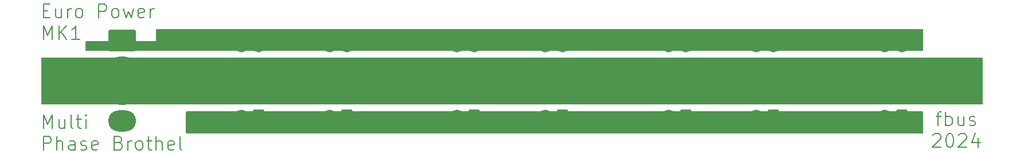
<source format=gbr>
%TF.GenerationSoftware,KiCad,Pcbnew,8.0.4*%
%TF.CreationDate,2024-08-26T11:17:31-06:00*%
%TF.ProjectId,modular-power-board,6d6f6475-6c61-4722-9d70-6f7765722d62,Mk One*%
%TF.SameCoordinates,Original*%
%TF.FileFunction,Copper,L1,Top*%
%TF.FilePolarity,Positive*%
%FSLAX46Y46*%
G04 Gerber Fmt 4.6, Leading zero omitted, Abs format (unit mm)*
G04 Created by KiCad (PCBNEW 8.0.4) date 2024-08-26 11:17:31*
%MOMM*%
%LPD*%
G01*
G04 APERTURE LIST*
G04 Aperture macros list*
%AMRoundRect*
0 Rectangle with rounded corners*
0 $1 Rounding radius*
0 $2 $3 $4 $5 $6 $7 $8 $9 X,Y pos of 4 corners*
0 Add a 4 corners polygon primitive as box body*
4,1,4,$2,$3,$4,$5,$6,$7,$8,$9,$2,$3,0*
0 Add four circle primitives for the rounded corners*
1,1,$1+$1,$2,$3*
1,1,$1+$1,$4,$5*
1,1,$1+$1,$6,$7*
1,1,$1+$1,$8,$9*
0 Add four rect primitives between the rounded corners*
20,1,$1+$1,$2,$3,$4,$5,0*
20,1,$1+$1,$4,$5,$6,$7,0*
20,1,$1+$1,$6,$7,$8,$9,0*
20,1,$1+$1,$8,$9,$2,$3,0*%
G04 Aperture macros list end*
%ADD10C,0.150000*%
%TA.AperFunction,NonConductor*%
%ADD11C,0.150000*%
%TD*%
%TA.AperFunction,ComponentPad*%
%ADD12RoundRect,0.250000X0.600000X0.600000X-0.600000X0.600000X-0.600000X-0.600000X0.600000X-0.600000X0*%
%TD*%
%TA.AperFunction,ComponentPad*%
%ADD13C,1.700000*%
%TD*%
%TA.AperFunction,ComponentPad*%
%ADD14RoundRect,0.250000X-1.800000X1.330000X-1.800000X-1.330000X1.800000X-1.330000X1.800000X1.330000X0*%
%TD*%
%TA.AperFunction,ComponentPad*%
%ADD15O,4.100000X3.160000*%
%TD*%
%TA.AperFunction,ViaPad*%
%ADD16C,5.000000*%
%TD*%
G04 APERTURE END LIST*
D10*
D11*
X71774874Y-109507494D02*
X71774874Y-107507494D01*
X71774874Y-107507494D02*
X72441541Y-108936065D01*
X72441541Y-108936065D02*
X73108207Y-107507494D01*
X73108207Y-107507494D02*
X73108207Y-109507494D01*
X74917731Y-108174160D02*
X74917731Y-109507494D01*
X74060588Y-108174160D02*
X74060588Y-109221779D01*
X74060588Y-109221779D02*
X74155826Y-109412256D01*
X74155826Y-109412256D02*
X74346302Y-109507494D01*
X74346302Y-109507494D02*
X74632017Y-109507494D01*
X74632017Y-109507494D02*
X74822493Y-109412256D01*
X74822493Y-109412256D02*
X74917731Y-109317017D01*
X76155826Y-109507494D02*
X75965350Y-109412256D01*
X75965350Y-109412256D02*
X75870112Y-109221779D01*
X75870112Y-109221779D02*
X75870112Y-107507494D01*
X76632017Y-108174160D02*
X77393921Y-108174160D01*
X76917731Y-107507494D02*
X76917731Y-109221779D01*
X76917731Y-109221779D02*
X77012969Y-109412256D01*
X77012969Y-109412256D02*
X77203445Y-109507494D01*
X77203445Y-109507494D02*
X77393921Y-109507494D01*
X78060588Y-109507494D02*
X78060588Y-108174160D01*
X78060588Y-107507494D02*
X77965350Y-107602732D01*
X77965350Y-107602732D02*
X78060588Y-107697970D01*
X78060588Y-107697970D02*
X78155826Y-107602732D01*
X78155826Y-107602732D02*
X78060588Y-107507494D01*
X78060588Y-107507494D02*
X78060588Y-107697970D01*
X71774874Y-112727382D02*
X71774874Y-110727382D01*
X71774874Y-110727382D02*
X72536779Y-110727382D01*
X72536779Y-110727382D02*
X72727255Y-110822620D01*
X72727255Y-110822620D02*
X72822493Y-110917858D01*
X72822493Y-110917858D02*
X72917731Y-111108334D01*
X72917731Y-111108334D02*
X72917731Y-111394048D01*
X72917731Y-111394048D02*
X72822493Y-111584524D01*
X72822493Y-111584524D02*
X72727255Y-111679763D01*
X72727255Y-111679763D02*
X72536779Y-111775001D01*
X72536779Y-111775001D02*
X71774874Y-111775001D01*
X73774874Y-112727382D02*
X73774874Y-110727382D01*
X74632017Y-112727382D02*
X74632017Y-111679763D01*
X74632017Y-111679763D02*
X74536779Y-111489286D01*
X74536779Y-111489286D02*
X74346303Y-111394048D01*
X74346303Y-111394048D02*
X74060588Y-111394048D01*
X74060588Y-111394048D02*
X73870112Y-111489286D01*
X73870112Y-111489286D02*
X73774874Y-111584524D01*
X76441541Y-112727382D02*
X76441541Y-111679763D01*
X76441541Y-111679763D02*
X76346303Y-111489286D01*
X76346303Y-111489286D02*
X76155827Y-111394048D01*
X76155827Y-111394048D02*
X75774874Y-111394048D01*
X75774874Y-111394048D02*
X75584398Y-111489286D01*
X76441541Y-112632144D02*
X76251065Y-112727382D01*
X76251065Y-112727382D02*
X75774874Y-112727382D01*
X75774874Y-112727382D02*
X75584398Y-112632144D01*
X75584398Y-112632144D02*
X75489160Y-112441667D01*
X75489160Y-112441667D02*
X75489160Y-112251191D01*
X75489160Y-112251191D02*
X75584398Y-112060715D01*
X75584398Y-112060715D02*
X75774874Y-111965477D01*
X75774874Y-111965477D02*
X76251065Y-111965477D01*
X76251065Y-111965477D02*
X76441541Y-111870239D01*
X77298684Y-112632144D02*
X77489160Y-112727382D01*
X77489160Y-112727382D02*
X77870112Y-112727382D01*
X77870112Y-112727382D02*
X78060589Y-112632144D01*
X78060589Y-112632144D02*
X78155827Y-112441667D01*
X78155827Y-112441667D02*
X78155827Y-112346429D01*
X78155827Y-112346429D02*
X78060589Y-112155953D01*
X78060589Y-112155953D02*
X77870112Y-112060715D01*
X77870112Y-112060715D02*
X77584398Y-112060715D01*
X77584398Y-112060715D02*
X77393922Y-111965477D01*
X77393922Y-111965477D02*
X77298684Y-111775001D01*
X77298684Y-111775001D02*
X77298684Y-111679763D01*
X77298684Y-111679763D02*
X77393922Y-111489286D01*
X77393922Y-111489286D02*
X77584398Y-111394048D01*
X77584398Y-111394048D02*
X77870112Y-111394048D01*
X77870112Y-111394048D02*
X78060589Y-111489286D01*
X79774875Y-112632144D02*
X79584399Y-112727382D01*
X79584399Y-112727382D02*
X79203446Y-112727382D01*
X79203446Y-112727382D02*
X79012970Y-112632144D01*
X79012970Y-112632144D02*
X78917732Y-112441667D01*
X78917732Y-112441667D02*
X78917732Y-111679763D01*
X78917732Y-111679763D02*
X79012970Y-111489286D01*
X79012970Y-111489286D02*
X79203446Y-111394048D01*
X79203446Y-111394048D02*
X79584399Y-111394048D01*
X79584399Y-111394048D02*
X79774875Y-111489286D01*
X79774875Y-111489286D02*
X79870113Y-111679763D01*
X79870113Y-111679763D02*
X79870113Y-111870239D01*
X79870113Y-111870239D02*
X78917732Y-112060715D01*
X82917733Y-111679763D02*
X83203447Y-111775001D01*
X83203447Y-111775001D02*
X83298685Y-111870239D01*
X83298685Y-111870239D02*
X83393923Y-112060715D01*
X83393923Y-112060715D02*
X83393923Y-112346429D01*
X83393923Y-112346429D02*
X83298685Y-112536905D01*
X83298685Y-112536905D02*
X83203447Y-112632144D01*
X83203447Y-112632144D02*
X83012971Y-112727382D01*
X83012971Y-112727382D02*
X82251066Y-112727382D01*
X82251066Y-112727382D02*
X82251066Y-110727382D01*
X82251066Y-110727382D02*
X82917733Y-110727382D01*
X82917733Y-110727382D02*
X83108209Y-110822620D01*
X83108209Y-110822620D02*
X83203447Y-110917858D01*
X83203447Y-110917858D02*
X83298685Y-111108334D01*
X83298685Y-111108334D02*
X83298685Y-111298810D01*
X83298685Y-111298810D02*
X83203447Y-111489286D01*
X83203447Y-111489286D02*
X83108209Y-111584524D01*
X83108209Y-111584524D02*
X82917733Y-111679763D01*
X82917733Y-111679763D02*
X82251066Y-111679763D01*
X84251066Y-112727382D02*
X84251066Y-111394048D01*
X84251066Y-111775001D02*
X84346304Y-111584524D01*
X84346304Y-111584524D02*
X84441542Y-111489286D01*
X84441542Y-111489286D02*
X84632018Y-111394048D01*
X84632018Y-111394048D02*
X84822495Y-111394048D01*
X85774875Y-112727382D02*
X85584399Y-112632144D01*
X85584399Y-112632144D02*
X85489161Y-112536905D01*
X85489161Y-112536905D02*
X85393923Y-112346429D01*
X85393923Y-112346429D02*
X85393923Y-111775001D01*
X85393923Y-111775001D02*
X85489161Y-111584524D01*
X85489161Y-111584524D02*
X85584399Y-111489286D01*
X85584399Y-111489286D02*
X85774875Y-111394048D01*
X85774875Y-111394048D02*
X86060590Y-111394048D01*
X86060590Y-111394048D02*
X86251066Y-111489286D01*
X86251066Y-111489286D02*
X86346304Y-111584524D01*
X86346304Y-111584524D02*
X86441542Y-111775001D01*
X86441542Y-111775001D02*
X86441542Y-112346429D01*
X86441542Y-112346429D02*
X86346304Y-112536905D01*
X86346304Y-112536905D02*
X86251066Y-112632144D01*
X86251066Y-112632144D02*
X86060590Y-112727382D01*
X86060590Y-112727382D02*
X85774875Y-112727382D01*
X87012971Y-111394048D02*
X87774875Y-111394048D01*
X87298685Y-110727382D02*
X87298685Y-112441667D01*
X87298685Y-112441667D02*
X87393923Y-112632144D01*
X87393923Y-112632144D02*
X87584399Y-112727382D01*
X87584399Y-112727382D02*
X87774875Y-112727382D01*
X88441542Y-112727382D02*
X88441542Y-110727382D01*
X89298685Y-112727382D02*
X89298685Y-111679763D01*
X89298685Y-111679763D02*
X89203447Y-111489286D01*
X89203447Y-111489286D02*
X89012971Y-111394048D01*
X89012971Y-111394048D02*
X88727256Y-111394048D01*
X88727256Y-111394048D02*
X88536780Y-111489286D01*
X88536780Y-111489286D02*
X88441542Y-111584524D01*
X91012971Y-112632144D02*
X90822495Y-112727382D01*
X90822495Y-112727382D02*
X90441542Y-112727382D01*
X90441542Y-112727382D02*
X90251066Y-112632144D01*
X90251066Y-112632144D02*
X90155828Y-112441667D01*
X90155828Y-112441667D02*
X90155828Y-111679763D01*
X90155828Y-111679763D02*
X90251066Y-111489286D01*
X90251066Y-111489286D02*
X90441542Y-111394048D01*
X90441542Y-111394048D02*
X90822495Y-111394048D01*
X90822495Y-111394048D02*
X91012971Y-111489286D01*
X91012971Y-111489286D02*
X91108209Y-111679763D01*
X91108209Y-111679763D02*
X91108209Y-111870239D01*
X91108209Y-111870239D02*
X90155828Y-112060715D01*
X92251066Y-112727382D02*
X92060590Y-112632144D01*
X92060590Y-112632144D02*
X91965352Y-112441667D01*
X91965352Y-112441667D02*
X91965352Y-110727382D01*
D10*
D11*
X203600000Y-107774160D02*
X204361904Y-107774160D01*
X203885714Y-109107494D02*
X203885714Y-107393208D01*
X203885714Y-107393208D02*
X203980952Y-107202732D01*
X203980952Y-107202732D02*
X204171428Y-107107494D01*
X204171428Y-107107494D02*
X204361904Y-107107494D01*
X205028571Y-109107494D02*
X205028571Y-107107494D01*
X205028571Y-107869398D02*
X205219047Y-107774160D01*
X205219047Y-107774160D02*
X205600000Y-107774160D01*
X205600000Y-107774160D02*
X205790476Y-107869398D01*
X205790476Y-107869398D02*
X205885714Y-107964636D01*
X205885714Y-107964636D02*
X205980952Y-108155113D01*
X205980952Y-108155113D02*
X205980952Y-108726541D01*
X205980952Y-108726541D02*
X205885714Y-108917017D01*
X205885714Y-108917017D02*
X205790476Y-109012256D01*
X205790476Y-109012256D02*
X205600000Y-109107494D01*
X205600000Y-109107494D02*
X205219047Y-109107494D01*
X205219047Y-109107494D02*
X205028571Y-109012256D01*
X207695238Y-107774160D02*
X207695238Y-109107494D01*
X206838095Y-107774160D02*
X206838095Y-108821779D01*
X206838095Y-108821779D02*
X206933333Y-109012256D01*
X206933333Y-109012256D02*
X207123809Y-109107494D01*
X207123809Y-109107494D02*
X207409524Y-109107494D01*
X207409524Y-109107494D02*
X207600000Y-109012256D01*
X207600000Y-109012256D02*
X207695238Y-108917017D01*
X208552381Y-109012256D02*
X208742857Y-109107494D01*
X208742857Y-109107494D02*
X209123809Y-109107494D01*
X209123809Y-109107494D02*
X209314286Y-109012256D01*
X209314286Y-109012256D02*
X209409524Y-108821779D01*
X209409524Y-108821779D02*
X209409524Y-108726541D01*
X209409524Y-108726541D02*
X209314286Y-108536065D01*
X209314286Y-108536065D02*
X209123809Y-108440827D01*
X209123809Y-108440827D02*
X208838095Y-108440827D01*
X208838095Y-108440827D02*
X208647619Y-108345589D01*
X208647619Y-108345589D02*
X208552381Y-108155113D01*
X208552381Y-108155113D02*
X208552381Y-108059875D01*
X208552381Y-108059875D02*
X208647619Y-107869398D01*
X208647619Y-107869398D02*
X208838095Y-107774160D01*
X208838095Y-107774160D02*
X209123809Y-107774160D01*
X209123809Y-107774160D02*
X209314286Y-107869398D01*
X203171428Y-110517858D02*
X203266666Y-110422620D01*
X203266666Y-110422620D02*
X203457142Y-110327382D01*
X203457142Y-110327382D02*
X203933333Y-110327382D01*
X203933333Y-110327382D02*
X204123809Y-110422620D01*
X204123809Y-110422620D02*
X204219047Y-110517858D01*
X204219047Y-110517858D02*
X204314285Y-110708334D01*
X204314285Y-110708334D02*
X204314285Y-110898810D01*
X204314285Y-110898810D02*
X204219047Y-111184524D01*
X204219047Y-111184524D02*
X203076190Y-112327382D01*
X203076190Y-112327382D02*
X204314285Y-112327382D01*
X205552380Y-110327382D02*
X205742857Y-110327382D01*
X205742857Y-110327382D02*
X205933333Y-110422620D01*
X205933333Y-110422620D02*
X206028571Y-110517858D01*
X206028571Y-110517858D02*
X206123809Y-110708334D01*
X206123809Y-110708334D02*
X206219047Y-111089286D01*
X206219047Y-111089286D02*
X206219047Y-111565477D01*
X206219047Y-111565477D02*
X206123809Y-111946429D01*
X206123809Y-111946429D02*
X206028571Y-112136905D01*
X206028571Y-112136905D02*
X205933333Y-112232144D01*
X205933333Y-112232144D02*
X205742857Y-112327382D01*
X205742857Y-112327382D02*
X205552380Y-112327382D01*
X205552380Y-112327382D02*
X205361904Y-112232144D01*
X205361904Y-112232144D02*
X205266666Y-112136905D01*
X205266666Y-112136905D02*
X205171428Y-111946429D01*
X205171428Y-111946429D02*
X205076190Y-111565477D01*
X205076190Y-111565477D02*
X205076190Y-111089286D01*
X205076190Y-111089286D02*
X205171428Y-110708334D01*
X205171428Y-110708334D02*
X205266666Y-110517858D01*
X205266666Y-110517858D02*
X205361904Y-110422620D01*
X205361904Y-110422620D02*
X205552380Y-110327382D01*
X206980952Y-110517858D02*
X207076190Y-110422620D01*
X207076190Y-110422620D02*
X207266666Y-110327382D01*
X207266666Y-110327382D02*
X207742857Y-110327382D01*
X207742857Y-110327382D02*
X207933333Y-110422620D01*
X207933333Y-110422620D02*
X208028571Y-110517858D01*
X208028571Y-110517858D02*
X208123809Y-110708334D01*
X208123809Y-110708334D02*
X208123809Y-110898810D01*
X208123809Y-110898810D02*
X208028571Y-111184524D01*
X208028571Y-111184524D02*
X206885714Y-112327382D01*
X206885714Y-112327382D02*
X208123809Y-112327382D01*
X209838095Y-110994048D02*
X209838095Y-112327382D01*
X209361904Y-110232144D02*
X208885714Y-111660715D01*
X208885714Y-111660715D02*
X210123809Y-111660715D01*
D10*
D11*
X71774874Y-92059875D02*
X72441541Y-92059875D01*
X72727255Y-93107494D02*
X71774874Y-93107494D01*
X71774874Y-93107494D02*
X71774874Y-91107494D01*
X71774874Y-91107494D02*
X72727255Y-91107494D01*
X74441541Y-91774160D02*
X74441541Y-93107494D01*
X73584398Y-91774160D02*
X73584398Y-92821779D01*
X73584398Y-92821779D02*
X73679636Y-93012256D01*
X73679636Y-93012256D02*
X73870112Y-93107494D01*
X73870112Y-93107494D02*
X74155827Y-93107494D01*
X74155827Y-93107494D02*
X74346303Y-93012256D01*
X74346303Y-93012256D02*
X74441541Y-92917017D01*
X75393922Y-93107494D02*
X75393922Y-91774160D01*
X75393922Y-92155113D02*
X75489160Y-91964636D01*
X75489160Y-91964636D02*
X75584398Y-91869398D01*
X75584398Y-91869398D02*
X75774874Y-91774160D01*
X75774874Y-91774160D02*
X75965351Y-91774160D01*
X76917731Y-93107494D02*
X76727255Y-93012256D01*
X76727255Y-93012256D02*
X76632017Y-92917017D01*
X76632017Y-92917017D02*
X76536779Y-92726541D01*
X76536779Y-92726541D02*
X76536779Y-92155113D01*
X76536779Y-92155113D02*
X76632017Y-91964636D01*
X76632017Y-91964636D02*
X76727255Y-91869398D01*
X76727255Y-91869398D02*
X76917731Y-91774160D01*
X76917731Y-91774160D02*
X77203446Y-91774160D01*
X77203446Y-91774160D02*
X77393922Y-91869398D01*
X77393922Y-91869398D02*
X77489160Y-91964636D01*
X77489160Y-91964636D02*
X77584398Y-92155113D01*
X77584398Y-92155113D02*
X77584398Y-92726541D01*
X77584398Y-92726541D02*
X77489160Y-92917017D01*
X77489160Y-92917017D02*
X77393922Y-93012256D01*
X77393922Y-93012256D02*
X77203446Y-93107494D01*
X77203446Y-93107494D02*
X76917731Y-93107494D01*
X79965351Y-93107494D02*
X79965351Y-91107494D01*
X79965351Y-91107494D02*
X80727256Y-91107494D01*
X80727256Y-91107494D02*
X80917732Y-91202732D01*
X80917732Y-91202732D02*
X81012970Y-91297970D01*
X81012970Y-91297970D02*
X81108208Y-91488446D01*
X81108208Y-91488446D02*
X81108208Y-91774160D01*
X81108208Y-91774160D02*
X81012970Y-91964636D01*
X81012970Y-91964636D02*
X80917732Y-92059875D01*
X80917732Y-92059875D02*
X80727256Y-92155113D01*
X80727256Y-92155113D02*
X79965351Y-92155113D01*
X82251065Y-93107494D02*
X82060589Y-93012256D01*
X82060589Y-93012256D02*
X81965351Y-92917017D01*
X81965351Y-92917017D02*
X81870113Y-92726541D01*
X81870113Y-92726541D02*
X81870113Y-92155113D01*
X81870113Y-92155113D02*
X81965351Y-91964636D01*
X81965351Y-91964636D02*
X82060589Y-91869398D01*
X82060589Y-91869398D02*
X82251065Y-91774160D01*
X82251065Y-91774160D02*
X82536780Y-91774160D01*
X82536780Y-91774160D02*
X82727256Y-91869398D01*
X82727256Y-91869398D02*
X82822494Y-91964636D01*
X82822494Y-91964636D02*
X82917732Y-92155113D01*
X82917732Y-92155113D02*
X82917732Y-92726541D01*
X82917732Y-92726541D02*
X82822494Y-92917017D01*
X82822494Y-92917017D02*
X82727256Y-93012256D01*
X82727256Y-93012256D02*
X82536780Y-93107494D01*
X82536780Y-93107494D02*
X82251065Y-93107494D01*
X83584399Y-91774160D02*
X83965351Y-93107494D01*
X83965351Y-93107494D02*
X84346304Y-92155113D01*
X84346304Y-92155113D02*
X84727256Y-93107494D01*
X84727256Y-93107494D02*
X85108208Y-91774160D01*
X86632018Y-93012256D02*
X86441542Y-93107494D01*
X86441542Y-93107494D02*
X86060589Y-93107494D01*
X86060589Y-93107494D02*
X85870113Y-93012256D01*
X85870113Y-93012256D02*
X85774875Y-92821779D01*
X85774875Y-92821779D02*
X85774875Y-92059875D01*
X85774875Y-92059875D02*
X85870113Y-91869398D01*
X85870113Y-91869398D02*
X86060589Y-91774160D01*
X86060589Y-91774160D02*
X86441542Y-91774160D01*
X86441542Y-91774160D02*
X86632018Y-91869398D01*
X86632018Y-91869398D02*
X86727256Y-92059875D01*
X86727256Y-92059875D02*
X86727256Y-92250351D01*
X86727256Y-92250351D02*
X85774875Y-92440827D01*
X87584399Y-93107494D02*
X87584399Y-91774160D01*
X87584399Y-92155113D02*
X87679637Y-91964636D01*
X87679637Y-91964636D02*
X87774875Y-91869398D01*
X87774875Y-91869398D02*
X87965351Y-91774160D01*
X87965351Y-91774160D02*
X88155828Y-91774160D01*
X71774874Y-96327382D02*
X71774874Y-94327382D01*
X71774874Y-94327382D02*
X72441541Y-95755953D01*
X72441541Y-95755953D02*
X73108207Y-94327382D01*
X73108207Y-94327382D02*
X73108207Y-96327382D01*
X74060588Y-96327382D02*
X74060588Y-94327382D01*
X75203445Y-96327382D02*
X74346302Y-95184524D01*
X75203445Y-94327382D02*
X74060588Y-95470239D01*
X77108207Y-96327382D02*
X75965350Y-96327382D01*
X76536778Y-96327382D02*
X76536778Y-94327382D01*
X76536778Y-94327382D02*
X76346302Y-94613096D01*
X76346302Y-94613096D02*
X76155826Y-94803572D01*
X76155826Y-94803572D02*
X75965350Y-94898810D01*
D12*
%TO.P,REF\u002A\u002A,1*%
%TO.N,-12V*%
X198600000Y-107560000D03*
D13*
%TO.P,REF\u002A\u002A,2*%
X196060000Y-107560000D03*
%TO.P,REF\u002A\u002A,3*%
%TO.N,GND*%
X198600000Y-105020000D03*
%TO.P,REF\u002A\u002A,4*%
X196060000Y-105020000D03*
%TO.P,REF\u002A\u002A,5*%
X198600000Y-102480000D03*
%TO.P,REF\u002A\u002A,6*%
X196060000Y-102480000D03*
%TO.P,REF\u002A\u002A,7*%
X198600000Y-99940000D03*
%TO.P,REF\u002A\u002A,8*%
X196060000Y-99940000D03*
%TO.P,REF\u002A\u002A,9*%
%TO.N,+12V*%
X198600000Y-97400000D03*
%TO.P,REF\u002A\u002A,10*%
X196060000Y-97400000D03*
%TD*%
D12*
%TO.P,REF\u002A\u002A,1*%
%TO.N,-12V*%
X179600000Y-107560000D03*
D13*
%TO.P,REF\u002A\u002A,2*%
X177060000Y-107560000D03*
%TO.P,REF\u002A\u002A,3*%
%TO.N,GND*%
X179600000Y-105020000D03*
%TO.P,REF\u002A\u002A,4*%
X177060000Y-105020000D03*
%TO.P,REF\u002A\u002A,5*%
X179600000Y-102480000D03*
%TO.P,REF\u002A\u002A,6*%
X177060000Y-102480000D03*
%TO.P,REF\u002A\u002A,7*%
X179600000Y-99940000D03*
%TO.P,REF\u002A\u002A,8*%
X177060000Y-99940000D03*
%TO.P,REF\u002A\u002A,9*%
%TO.N,+12V*%
X179600000Y-97400000D03*
%TO.P,REF\u002A\u002A,10*%
X177060000Y-97400000D03*
%TD*%
D12*
%TO.P,REF\u002A\u002A,1*%
%TO.N,-12V*%
X166600000Y-107560000D03*
D13*
%TO.P,REF\u002A\u002A,2*%
X164060000Y-107560000D03*
%TO.P,REF\u002A\u002A,3*%
%TO.N,GND*%
X166600000Y-105020000D03*
%TO.P,REF\u002A\u002A,4*%
X164060000Y-105020000D03*
%TO.P,REF\u002A\u002A,5*%
X166600000Y-102480000D03*
%TO.P,REF\u002A\u002A,6*%
X164060000Y-102480000D03*
%TO.P,REF\u002A\u002A,7*%
X166600000Y-99940000D03*
%TO.P,REF\u002A\u002A,8*%
X164060000Y-99940000D03*
%TO.P,REF\u002A\u002A,9*%
%TO.N,+12V*%
X166600000Y-97400000D03*
%TO.P,REF\u002A\u002A,10*%
X164060000Y-97400000D03*
%TD*%
D12*
%TO.P,REF\u002A\u002A,1*%
%TO.N,-12V*%
X148400000Y-107560000D03*
D13*
%TO.P,REF\u002A\u002A,2*%
X145860000Y-107560000D03*
%TO.P,REF\u002A\u002A,3*%
%TO.N,GND*%
X148400000Y-105020000D03*
%TO.P,REF\u002A\u002A,4*%
X145860000Y-105020000D03*
%TO.P,REF\u002A\u002A,5*%
X148400000Y-102480000D03*
%TO.P,REF\u002A\u002A,6*%
X145860000Y-102480000D03*
%TO.P,REF\u002A\u002A,7*%
X148400000Y-99940000D03*
%TO.P,REF\u002A\u002A,8*%
X145860000Y-99940000D03*
%TO.P,REF\u002A\u002A,9*%
%TO.N,+12V*%
X148400000Y-97400000D03*
%TO.P,REF\u002A\u002A,10*%
X145860000Y-97400000D03*
%TD*%
D12*
%TO.P,REF\u002A\u002A,1*%
%TO.N,-12V*%
X135400000Y-107560000D03*
D13*
%TO.P,REF\u002A\u002A,2*%
X132860000Y-107560000D03*
%TO.P,REF\u002A\u002A,3*%
%TO.N,GND*%
X135400000Y-105020000D03*
%TO.P,REF\u002A\u002A,4*%
X132860000Y-105020000D03*
%TO.P,REF\u002A\u002A,5*%
X135400000Y-102480000D03*
%TO.P,REF\u002A\u002A,6*%
X132860000Y-102480000D03*
%TO.P,REF\u002A\u002A,7*%
X135400000Y-99940000D03*
%TO.P,REF\u002A\u002A,8*%
X132860000Y-99940000D03*
%TO.P,REF\u002A\u002A,9*%
%TO.N,+12V*%
X135400000Y-97400000D03*
%TO.P,REF\u002A\u002A,10*%
X132860000Y-97400000D03*
%TD*%
%TO.P,REF\u002A\u002A,10*%
%TO.N,+12V*%
X114060000Y-97400000D03*
%TO.P,REF\u002A\u002A,9*%
X116600000Y-97400000D03*
%TO.P,REF\u002A\u002A,8*%
%TO.N,GND*%
X114060000Y-99940000D03*
%TO.P,REF\u002A\u002A,7*%
X116600000Y-99940000D03*
%TO.P,REF\u002A\u002A,6*%
X114060000Y-102480000D03*
%TO.P,REF\u002A\u002A,5*%
X116600000Y-102480000D03*
%TO.P,REF\u002A\u002A,4*%
X114060000Y-105020000D03*
%TO.P,REF\u002A\u002A,3*%
X116600000Y-105020000D03*
%TO.P,REF\u002A\u002A,2*%
%TO.N,-12V*%
X114060000Y-107560000D03*
D12*
%TO.P,REF\u002A\u002A,1*%
X116600000Y-107560000D03*
%TD*%
%TO.P,REF\u002A\u002A,1*%
%TO.N,-12V*%
X103600000Y-107600000D03*
D13*
%TO.P,REF\u002A\u002A,2*%
X101060000Y-107600000D03*
%TO.P,REF\u002A\u002A,3*%
%TO.N,GND*%
X103600000Y-105060000D03*
%TO.P,REF\u002A\u002A,4*%
X101060000Y-105060000D03*
%TO.P,REF\u002A\u002A,5*%
X103600000Y-102520000D03*
%TO.P,REF\u002A\u002A,6*%
X101060000Y-102520000D03*
%TO.P,REF\u002A\u002A,7*%
X103600000Y-99980000D03*
%TO.P,REF\u002A\u002A,8*%
X101060000Y-99980000D03*
%TO.P,REF\u002A\u002A,9*%
%TO.N,+12V*%
X103600000Y-97440000D03*
%TO.P,REF\u002A\u002A,10*%
X101060000Y-97440000D03*
%TD*%
D14*
%TO.P,REF\u002A\u002A,1*%
%TO.N,+12V*%
X83400000Y-96520000D03*
D15*
%TO.P,REF\u002A\u002A,2*%
%TO.N,GND*%
X83400000Y-100480000D03*
%TO.P,REF\u002A\u002A,3*%
X83400000Y-104440000D03*
%TO.P,REF\u002A\u002A,4*%
%TO.N,-12V*%
X83400000Y-108400000D03*
%TD*%
D16*
%TO.N,GND*%
X74980000Y-102520000D03*
X206980000Y-102520000D03*
%TD*%
%TA.AperFunction,Conductor*%
%TO.N,+12V*%
G36*
X201672121Y-94790002D02*
G01*
X201718614Y-94843658D01*
X201730000Y-94896000D01*
X201730000Y-97894000D01*
X201709998Y-97962121D01*
X201656342Y-98008614D01*
X201604000Y-98020000D01*
X78106000Y-98020000D01*
X78037879Y-97999998D01*
X77991386Y-97946342D01*
X77980000Y-97894000D01*
X77980000Y-96735188D01*
X78000002Y-96667067D01*
X78053658Y-96620574D01*
X78106000Y-96609188D01*
X88436328Y-96609188D01*
X88436328Y-94896000D01*
X88456330Y-94827879D01*
X88509986Y-94781386D01*
X88562328Y-94770000D01*
X201604000Y-94770000D01*
X201672121Y-94790002D01*
G37*
%TD.AperFunction*%
%TD*%
%TA.AperFunction,Conductor*%
%TO.N,GND*%
G36*
X210422121Y-99040002D02*
G01*
X210468614Y-99093658D01*
X210480000Y-99146000D01*
X210480000Y-105894000D01*
X210459998Y-105962121D01*
X210406342Y-106008614D01*
X210354000Y-106020000D01*
X71606000Y-106020000D01*
X71537879Y-105999998D01*
X71491386Y-105946342D01*
X71480000Y-105894000D01*
X71480000Y-99146000D01*
X71500002Y-99077879D01*
X71553658Y-99031386D01*
X71606000Y-99020000D01*
X210354000Y-99020000D01*
X210422121Y-99040002D01*
G37*
%TD.AperFunction*%
%TD*%
%TA.AperFunction,Conductor*%
%TO.N,-12V*%
G36*
X201672121Y-107040002D02*
G01*
X201718614Y-107093658D01*
X201730000Y-107146000D01*
X201730000Y-110144000D01*
X201709998Y-110212121D01*
X201656342Y-110258614D01*
X201604000Y-110270000D01*
X92966422Y-110270000D01*
X92898301Y-110249998D01*
X92851808Y-110196342D01*
X92840422Y-110144000D01*
X92840422Y-107146000D01*
X92860424Y-107077879D01*
X92914080Y-107031386D01*
X92966422Y-107020000D01*
X201604000Y-107020000D01*
X201672121Y-107040002D01*
G37*
%TD.AperFunction*%
%TD*%
M02*

</source>
